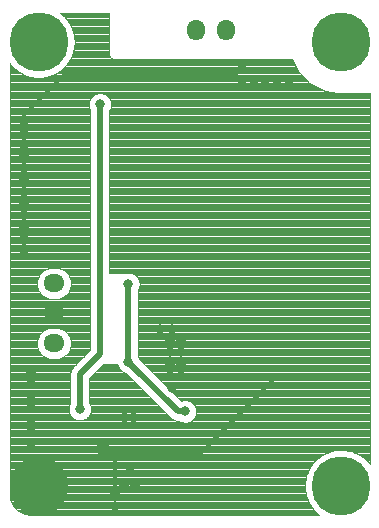
<source format=gbr>
G04 DipTrace 3.1.0.1*
G04 lt3757_nixie_power_supply_nosnub-route-5.Bottom.gbr*
%MOIN*%
G04 #@! TF.FileFunction,Copper,L2,Bot*
G04 #@! TF.Part,Single*
G04 #@! TA.AperFunction,Conductor*
%ADD14C,0.011811*%
%ADD15C,0.019685*%
G04 #@! TA.AperFunction,ViaPad*
%ADD16C,0.031496*%
G04 #@! TA.AperFunction,CopperBalancing*
%ADD18C,0.003937*%
G04 #@! TA.AperFunction,ComponentPad*
%ADD25O,0.06X0.07*%
%ADD30C,0.19685*%
%ADD35O,0.07X0.06*%
G04 #@! TA.AperFunction,ViaPad*
%ADD37C,0.023622*%
%FSLAX26Y26*%
G04*
G70*
G90*
G75*
G01*
G04 Bottom*
%LPD*%
X657795Y775906D2*
D15*
Y894016D1*
X724724Y960945D1*
Y1791654D1*
X472756Y1303465D2*
D14*
Y1342835D1*
Y1382205D1*
Y1421575D1*
Y1460945D1*
Y1500315D1*
Y1539685D1*
Y1579055D1*
Y1618425D1*
Y1657795D1*
Y1697165D1*
Y1736535D1*
Y1756220D1*
X602677Y1886142D1*
X1169606D1*
X1197165Y1913701D1*
X496378Y661732D2*
X728661D1*
X736535Y653858D1*
X720787D1*
Y634173D1*
X1063307D1*
X1315276Y886142D1*
X957008D1*
X775906Y492441D2*
Y614488D1*
X736535Y653858D1*
X819213Y933386D2*
D15*
Y1193228D1*
X1008189Y768031D2*
X984567D1*
X819213Y933386D1*
D16*
X724724Y1791654D3*
X657795Y775906D3*
X1008189Y768031D3*
X736535Y653858D3*
X1197165Y1913701D3*
Y1874331D3*
X1236535D3*
X1275906D3*
X1315276D3*
X1354646D3*
X472756Y1736535D3*
Y1697165D3*
Y1657795D3*
Y1618425D3*
Y1579055D3*
Y1539685D3*
Y1500315D3*
Y1460945D3*
Y1421575D3*
Y1382205D3*
Y1342835D3*
Y1303465D3*
X496378Y897953D3*
Y858583D3*
Y819213D3*
Y779843D3*
Y740472D3*
Y701102D3*
Y661732D3*
X957008Y886142D3*
X996378D3*
X957008Y925512D3*
X996378D3*
X957008Y964882D3*
X996378D3*
X957008Y1004252D3*
X996378D3*
X842835Y523937D3*
X779843Y622362D3*
X803465Y523937D3*
X775906Y492441D3*
Y453071D3*
X925512Y1043622D3*
X819213Y1193228D3*
X520000Y2075118D3*
Y1925512D3*
X457008Y1960945D3*
Y2039685D3*
X582992Y1960945D3*
Y2039685D3*
X520000Y594803D3*
Y445197D3*
X457008Y480630D3*
Y559370D3*
X582992Y480630D3*
Y559370D3*
X1527874Y2075118D3*
Y1925512D3*
D37*
X807402Y752283D3*
X838898D3*
X807402Y724724D3*
X838898D3*
X807402Y697165D3*
X838898D3*
D16*
X1464882Y1960945D3*
Y2039685D3*
X1590866Y1960945D3*
Y2039685D3*
X1527874Y594803D3*
Y445197D3*
X1464882Y480630D3*
Y559370D3*
X1590866Y480630D3*
Y559370D3*
X823150Y571181D3*
X964882Y1043622D3*
Y846772D3*
X819213Y933386D3*
X597023Y2092966D2*
D18*
X753854D1*
X601406Y2089160D2*
X753854D1*
X605397Y2085354D2*
X753854D1*
X609042Y2081549D2*
X753854D1*
X612379Y2077743D2*
X753854D1*
X615455Y2073937D2*
X753854D1*
X618284Y2070131D2*
X753854D1*
X620891Y2066325D2*
X753854D1*
X623290Y2062520D2*
X753854D1*
X625497Y2058714D2*
X753854D1*
X627520Y2054908D2*
X753854D1*
X629380Y2051102D2*
X753854D1*
X631072Y2047297D2*
X753854D1*
X632610Y2043491D2*
X753854D1*
X634002Y2039685D2*
X753854D1*
X635247Y2035879D2*
X753854D1*
X636362Y2032073D2*
X753854D1*
X637339Y2028268D2*
X753854D1*
X638177Y2024462D2*
X753854D1*
X638900Y2020656D2*
X753854D1*
X639484Y2016850D2*
X753854D1*
X639953Y2013045D2*
X753854D1*
X640299Y2009239D2*
X753854D1*
X640522Y2005433D2*
X753854D1*
X640622Y2001627D2*
X753854D1*
X640607Y1997822D2*
X753854D1*
X640469Y1994016D2*
X753854D1*
X640207Y1990210D2*
X753854D1*
X639823Y1986404D2*
X753854D1*
X639315Y1982598D2*
X753854D1*
X638685Y1978793D2*
X753854D1*
X637931Y1974987D2*
X753854D1*
X637047Y1971181D2*
X753854D1*
X636032Y1967375D2*
X753854D1*
X634878Y1963570D2*
X753854D1*
X633587Y1959764D2*
X753901D1*
X632149Y1955958D2*
X754577D1*
X630565Y1952152D2*
X756192D1*
X628819Y1948346D2*
X759122D1*
X626912Y1944541D2*
X764881D1*
X624828Y1940735D2*
X1366174D1*
X622568Y1936929D2*
X1368112D1*
X620107Y1933123D2*
X1370050D1*
X617431Y1929318D2*
X1371988D1*
X614524Y1925512D2*
X1373925D1*
X423941Y1921706D2*
X428628D1*
X611372D2*
X1375863D1*
X423941Y1917900D2*
X432058D1*
X607942D2*
X1377809D1*
X423941Y1914094D2*
X435803D1*
X604197D2*
X1379746D1*
X423941Y1910289D2*
X439909D1*
X600091D2*
X1381684D1*
X423941Y1906483D2*
X444423D1*
X595577D2*
X1383622D1*
X423941Y1902677D2*
X449436D1*
X590564D2*
X1385560D1*
X423941Y1898871D2*
X455065D1*
X584935D2*
X1387597D1*
X423941Y1895066D2*
X461478D1*
X578522D2*
X1390827D1*
X423941Y1891260D2*
X468975D1*
X571025D2*
X1394633D1*
X423941Y1887454D2*
X478141D1*
X561859D2*
X1398439D1*
X423941Y1883648D2*
X490529D1*
X549471D2*
X1402246D1*
X423941Y1879843D2*
X1406052D1*
X423941Y1876037D2*
X1409858D1*
X423941Y1872231D2*
X1413665D1*
X423941Y1868425D2*
X1417471D1*
X423941Y1864619D2*
X1421277D1*
X423941Y1860814D2*
X1425468D1*
X423941Y1857008D2*
X1432565D1*
X423941Y1853202D2*
X1440040D1*
X423941Y1849396D2*
X1447506D1*
X423941Y1845591D2*
X1454980D1*
X423941Y1841785D2*
X1462447D1*
X423941Y1837979D2*
X1469952D1*
X423941Y1834173D2*
X1489837D1*
X423941Y1830367D2*
X1513866D1*
X423941Y1826562D2*
X710470D1*
X738978D2*
X1623941D1*
X423941Y1822756D2*
X703273D1*
X746176D2*
X1623941D1*
X423941Y1818950D2*
X698529D1*
X750920D2*
X1623941D1*
X423941Y1815144D2*
X695022D1*
X754427D2*
X1623941D1*
X423941Y1811339D2*
X692346D1*
X757102D2*
X1623941D1*
X423941Y1807533D2*
X690293D1*
X759156D2*
X1623941D1*
X423941Y1803727D2*
X688763D1*
X760686D2*
X1623941D1*
X423941Y1799921D2*
X687694D1*
X761755D2*
X1623941D1*
X423941Y1796115D2*
X687041D1*
X762408D2*
X1623941D1*
X423941Y1792310D2*
X686779D1*
X762670D2*
X1623941D1*
X423941Y1788504D2*
X686902D1*
X762547D2*
X1623941D1*
X423941Y1784698D2*
X687425D1*
X762024D2*
X1623941D1*
X423941Y1780892D2*
X688348D1*
X761101D2*
X1623941D1*
X423941Y1777087D2*
X689709D1*
X759740D2*
X1623941D1*
X423941Y1773281D2*
X691570D1*
X757879D2*
X1623941D1*
X423941Y1769475D2*
X692677D1*
X756772D2*
X1623941D1*
X423941Y1765669D2*
X692677D1*
X756772D2*
X1623941D1*
X423941Y1761864D2*
X692677D1*
X756772D2*
X1623941D1*
X423941Y1758058D2*
X692677D1*
X756772D2*
X1623941D1*
X423941Y1754252D2*
X692677D1*
X756772D2*
X1623941D1*
X423941Y1750446D2*
X692677D1*
X756772D2*
X1623941D1*
X423941Y1746640D2*
X692677D1*
X756772D2*
X1623941D1*
X423941Y1742835D2*
X692677D1*
X756772D2*
X1623941D1*
X423941Y1739029D2*
X692677D1*
X756772D2*
X1623941D1*
X423941Y1735223D2*
X692677D1*
X756772D2*
X1623941D1*
X423941Y1731417D2*
X692677D1*
X756772D2*
X1623941D1*
X423941Y1727612D2*
X692677D1*
X756772D2*
X1623941D1*
X423941Y1723806D2*
X692677D1*
X756772D2*
X1623941D1*
X423941Y1720000D2*
X692677D1*
X756772D2*
X1623941D1*
X423941Y1716194D2*
X692677D1*
X756772D2*
X1623941D1*
X423941Y1712388D2*
X692677D1*
X756772D2*
X1623941D1*
X423941Y1708583D2*
X692677D1*
X756772D2*
X1623941D1*
X423941Y1704777D2*
X692677D1*
X756772D2*
X1623941D1*
X423941Y1700971D2*
X692677D1*
X756772D2*
X1623941D1*
X423941Y1697165D2*
X692677D1*
X756772D2*
X1623941D1*
X423941Y1693360D2*
X692677D1*
X756772D2*
X1623941D1*
X423941Y1689554D2*
X692677D1*
X756772D2*
X1623941D1*
X423941Y1685748D2*
X692677D1*
X756772D2*
X1623941D1*
X423941Y1681942D2*
X692677D1*
X756772D2*
X1623941D1*
X423941Y1678136D2*
X692677D1*
X756772D2*
X1623941D1*
X423941Y1674331D2*
X692677D1*
X756772D2*
X1623941D1*
X423941Y1670525D2*
X692677D1*
X756772D2*
X1623941D1*
X423941Y1666719D2*
X692677D1*
X756772D2*
X1623941D1*
X423941Y1662913D2*
X692677D1*
X756772D2*
X1623941D1*
X423941Y1659108D2*
X692677D1*
X756772D2*
X1623941D1*
X423941Y1655302D2*
X692677D1*
X756772D2*
X1623941D1*
X423941Y1651496D2*
X692677D1*
X756772D2*
X1623941D1*
X423941Y1647690D2*
X692677D1*
X756772D2*
X1623941D1*
X423941Y1643885D2*
X692677D1*
X756772D2*
X1623941D1*
X423941Y1640079D2*
X692677D1*
X756772D2*
X1623941D1*
X423941Y1636273D2*
X692677D1*
X756772D2*
X1623941D1*
X423941Y1632467D2*
X692677D1*
X756772D2*
X1623941D1*
X423941Y1628661D2*
X692677D1*
X756772D2*
X1623941D1*
X423941Y1624856D2*
X692677D1*
X756772D2*
X1623941D1*
X423941Y1621050D2*
X692677D1*
X756772D2*
X1623941D1*
X423941Y1617244D2*
X692677D1*
X756772D2*
X1623941D1*
X423941Y1613438D2*
X692677D1*
X756772D2*
X1623941D1*
X423941Y1609633D2*
X692677D1*
X756772D2*
X1623941D1*
X423941Y1605827D2*
X692677D1*
X756772D2*
X1623941D1*
X423941Y1602021D2*
X692677D1*
X756772D2*
X1623941D1*
X423941Y1598215D2*
X692677D1*
X756772D2*
X1623941D1*
X423941Y1594409D2*
X692677D1*
X756772D2*
X1623941D1*
X423941Y1590604D2*
X692677D1*
X756772D2*
X1623941D1*
X423941Y1586798D2*
X692677D1*
X756772D2*
X1623941D1*
X423941Y1582992D2*
X692677D1*
X756772D2*
X1623941D1*
X423941Y1579186D2*
X692677D1*
X756772D2*
X1623941D1*
X423941Y1575381D2*
X692677D1*
X756772D2*
X1623941D1*
X423941Y1571575D2*
X692677D1*
X756772D2*
X1623941D1*
X423941Y1567769D2*
X692677D1*
X756772D2*
X1623941D1*
X423941Y1563963D2*
X692677D1*
X756772D2*
X1623941D1*
X423941Y1560157D2*
X692677D1*
X756772D2*
X1623941D1*
X423941Y1556352D2*
X692677D1*
X756772D2*
X1623941D1*
X423941Y1552546D2*
X692677D1*
X756772D2*
X1623941D1*
X423941Y1548740D2*
X692677D1*
X756772D2*
X1623941D1*
X423941Y1544934D2*
X692677D1*
X756772D2*
X1623941D1*
X423941Y1541129D2*
X692677D1*
X756772D2*
X1623941D1*
X423941Y1537323D2*
X692677D1*
X756772D2*
X1623941D1*
X423941Y1533517D2*
X692677D1*
X756772D2*
X1623941D1*
X423941Y1529711D2*
X692677D1*
X756772D2*
X1623941D1*
X423941Y1525906D2*
X692677D1*
X756772D2*
X1623941D1*
X423941Y1522100D2*
X692677D1*
X756772D2*
X1623941D1*
X423941Y1518294D2*
X692677D1*
X756772D2*
X1623941D1*
X423941Y1514488D2*
X692677D1*
X756772D2*
X1623941D1*
X423941Y1510682D2*
X692677D1*
X756772D2*
X1623941D1*
X423941Y1506877D2*
X692677D1*
X756772D2*
X1623941D1*
X423941Y1503071D2*
X692677D1*
X756772D2*
X1623941D1*
X423941Y1499265D2*
X692677D1*
X756772D2*
X1623941D1*
X423941Y1495459D2*
X692677D1*
X756772D2*
X1623941D1*
X423941Y1491654D2*
X692677D1*
X756772D2*
X1623941D1*
X423941Y1487848D2*
X692677D1*
X756772D2*
X1623941D1*
X423941Y1484042D2*
X692677D1*
X756772D2*
X1623941D1*
X423941Y1480236D2*
X692677D1*
X756772D2*
X1623941D1*
X423941Y1476430D2*
X692677D1*
X756772D2*
X1623941D1*
X423941Y1472625D2*
X692677D1*
X756772D2*
X1623941D1*
X423941Y1468819D2*
X692677D1*
X756772D2*
X1623941D1*
X423941Y1465013D2*
X692677D1*
X756772D2*
X1623941D1*
X423941Y1461207D2*
X692677D1*
X756772D2*
X1623941D1*
X423941Y1457402D2*
X692677D1*
X756772D2*
X1623941D1*
X423941Y1453596D2*
X692677D1*
X756772D2*
X1623941D1*
X423941Y1449790D2*
X692677D1*
X756772D2*
X1623941D1*
X423941Y1445984D2*
X692677D1*
X756772D2*
X1623941D1*
X423941Y1442178D2*
X692677D1*
X756772D2*
X1623941D1*
X423941Y1438373D2*
X692677D1*
X756772D2*
X1623941D1*
X423941Y1434567D2*
X692677D1*
X756772D2*
X1623941D1*
X423941Y1430761D2*
X692677D1*
X756772D2*
X1623941D1*
X423941Y1426955D2*
X692677D1*
X756772D2*
X1623941D1*
X423941Y1423150D2*
X692677D1*
X756772D2*
X1623941D1*
X423941Y1419344D2*
X692677D1*
X756772D2*
X1623941D1*
X423941Y1415538D2*
X692677D1*
X756772D2*
X1623941D1*
X423941Y1411732D2*
X692677D1*
X756772D2*
X1623941D1*
X423941Y1407927D2*
X692677D1*
X756772D2*
X1623941D1*
X423941Y1404121D2*
X692677D1*
X756772D2*
X1623941D1*
X423941Y1400315D2*
X692677D1*
X756772D2*
X1623941D1*
X423941Y1396509D2*
X692677D1*
X756772D2*
X1623941D1*
X423941Y1392703D2*
X692677D1*
X756772D2*
X1623941D1*
X423941Y1388898D2*
X692677D1*
X756772D2*
X1623941D1*
X423941Y1385092D2*
X692677D1*
X756772D2*
X1623941D1*
X423941Y1381286D2*
X692677D1*
X756772D2*
X1623941D1*
X423941Y1377480D2*
X692677D1*
X756772D2*
X1623941D1*
X423941Y1373675D2*
X692677D1*
X756772D2*
X1623941D1*
X423941Y1369869D2*
X692677D1*
X756772D2*
X1623941D1*
X423941Y1366063D2*
X692677D1*
X756772D2*
X1623941D1*
X423941Y1362257D2*
X692677D1*
X756772D2*
X1623941D1*
X423941Y1358451D2*
X692677D1*
X756772D2*
X1623941D1*
X423941Y1354646D2*
X692677D1*
X756772D2*
X1623941D1*
X423941Y1350840D2*
X692677D1*
X756772D2*
X1623941D1*
X423941Y1347034D2*
X692677D1*
X756772D2*
X1623941D1*
X423941Y1343228D2*
X692677D1*
X756772D2*
X1623941D1*
X423941Y1339423D2*
X692677D1*
X756772D2*
X1623941D1*
X423941Y1335617D2*
X692677D1*
X756772D2*
X1623941D1*
X423941Y1331811D2*
X692677D1*
X756772D2*
X1623941D1*
X423941Y1328005D2*
X692677D1*
X756772D2*
X1623941D1*
X423941Y1324199D2*
X692677D1*
X756772D2*
X1623941D1*
X423941Y1320394D2*
X692677D1*
X756772D2*
X1623941D1*
X423941Y1316588D2*
X692677D1*
X756772D2*
X1623941D1*
X423941Y1312782D2*
X692677D1*
X756772D2*
X1623941D1*
X423941Y1308976D2*
X692677D1*
X756772D2*
X1623941D1*
X423941Y1305171D2*
X692677D1*
X756772D2*
X1623941D1*
X423941Y1301365D2*
X692677D1*
X756772D2*
X1623941D1*
X423941Y1297559D2*
X692677D1*
X756772D2*
X1623941D1*
X423941Y1293753D2*
X692677D1*
X756772D2*
X1623941D1*
X423941Y1289948D2*
X692677D1*
X756772D2*
X1623941D1*
X423941Y1286142D2*
X692677D1*
X756772D2*
X1623941D1*
X423941Y1282336D2*
X692677D1*
X756772D2*
X1623941D1*
X423941Y1278530D2*
X692677D1*
X756772D2*
X1623941D1*
X423941Y1274724D2*
X692677D1*
X756772D2*
X1623941D1*
X423941Y1270919D2*
X692677D1*
X756772D2*
X1623941D1*
X423941Y1267113D2*
X692677D1*
X756772D2*
X1623941D1*
X423941Y1263307D2*
X692677D1*
X756772D2*
X1623941D1*
X423941Y1259501D2*
X692677D1*
X756772D2*
X1623941D1*
X423941Y1255696D2*
X692677D1*
X756772D2*
X1623941D1*
X423941Y1251890D2*
X692677D1*
X756772D2*
X1623941D1*
X423941Y1248084D2*
X692677D1*
X756772D2*
X1623941D1*
X423941Y1244278D2*
X550406D1*
X591956D2*
X692677D1*
X756772D2*
X1623941D1*
X423941Y1240472D2*
X541318D1*
X601045D2*
X692677D1*
X756772D2*
X1623941D1*
X423941Y1236667D2*
X535258D1*
X607104D2*
X692677D1*
X756772D2*
X1623941D1*
X423941Y1232861D2*
X530629D1*
X611733D2*
X692677D1*
X756772D2*
X1623941D1*
X423941Y1229055D2*
X526915D1*
X615447D2*
X692677D1*
X830883D2*
X1623941D1*
X423941Y1225249D2*
X523862D1*
X618500D2*
X692677D1*
X839234D2*
X1623941D1*
X423941Y1221444D2*
X521348D1*
X621014D2*
X692677D1*
X844393D2*
X1623941D1*
X423941Y1217638D2*
X519279D1*
X623083D2*
X692677D1*
X848153D2*
X1623941D1*
X423941Y1213832D2*
X517596D1*
X624767D2*
X692677D1*
X851006D2*
X1623941D1*
X423941Y1210026D2*
X516265D1*
X626097D2*
X692677D1*
X853198D2*
X1623941D1*
X423941Y1206220D2*
X515250D1*
X627112D2*
X692677D1*
X854843D2*
X1623941D1*
X423941Y1202415D2*
X514535D1*
X627827D2*
X692677D1*
X856027D2*
X1623941D1*
X423941Y1198609D2*
X514120D1*
X628242D2*
X692677D1*
X856781D2*
X1623941D1*
X423941Y1194803D2*
X513974D1*
X628388D2*
X692677D1*
X857135D2*
X1623941D1*
X423941Y1190997D2*
X514120D1*
X628242D2*
X692677D1*
X857096D2*
X1623941D1*
X423941Y1187192D2*
X514535D1*
X627827D2*
X692677D1*
X856673D2*
X1623941D1*
X423941Y1183386D2*
X515250D1*
X627112D2*
X692677D1*
X855851D2*
X1623941D1*
X423941Y1179580D2*
X516265D1*
X626097D2*
X692677D1*
X854597D2*
X1623941D1*
X423941Y1175774D2*
X517596D1*
X624767D2*
X692677D1*
X852867D2*
X1623941D1*
X423941Y1171969D2*
X519279D1*
X623083D2*
X692677D1*
X851260D2*
X1623941D1*
X423941Y1168163D2*
X521348D1*
X621014D2*
X692677D1*
X851260D2*
X1623941D1*
X423941Y1164357D2*
X523862D1*
X618500D2*
X692677D1*
X851260D2*
X1623941D1*
X423941Y1160551D2*
X526915D1*
X615447D2*
X692677D1*
X851260D2*
X1623941D1*
X423941Y1156745D2*
X530629D1*
X611733D2*
X692677D1*
X851260D2*
X1623941D1*
X423941Y1152940D2*
X535258D1*
X607104D2*
X692677D1*
X851260D2*
X1623941D1*
X423941Y1149134D2*
X541318D1*
X601045D2*
X692677D1*
X851260D2*
X1623941D1*
X423941Y1145328D2*
X550406D1*
X591956D2*
X692677D1*
X851260D2*
X1623941D1*
X423941Y1141522D2*
X692677D1*
X851260D2*
X1623941D1*
X423941Y1137717D2*
X692677D1*
X851260D2*
X1623941D1*
X423941Y1133911D2*
X692677D1*
X851260D2*
X1623941D1*
X423941Y1130105D2*
X692677D1*
X851260D2*
X1623941D1*
X423941Y1126299D2*
X692677D1*
X851260D2*
X1623941D1*
X423941Y1122493D2*
X692677D1*
X851260D2*
X1623941D1*
X423941Y1118688D2*
X692677D1*
X851260D2*
X1623941D1*
X423941Y1114882D2*
X692677D1*
X851260D2*
X1623941D1*
X423941Y1111076D2*
X692677D1*
X851260D2*
X1623941D1*
X423941Y1107270D2*
X692677D1*
X851260D2*
X1623941D1*
X423941Y1103465D2*
X692677D1*
X851260D2*
X1623941D1*
X423941Y1099659D2*
X692677D1*
X851260D2*
X1623941D1*
X423941Y1095853D2*
X692677D1*
X851260D2*
X1623941D1*
X423941Y1092047D2*
X692677D1*
X851260D2*
X1623941D1*
X423941Y1088241D2*
X692677D1*
X851260D2*
X1623941D1*
X423941Y1084436D2*
X692677D1*
X851260D2*
X1623941D1*
X423941Y1080630D2*
X692677D1*
X851260D2*
X1623941D1*
X423941Y1076824D2*
X692677D1*
X851260D2*
X1623941D1*
X423941Y1073018D2*
X692677D1*
X851260D2*
X1623941D1*
X423941Y1069213D2*
X692677D1*
X851260D2*
X1623941D1*
X423941Y1065407D2*
X692677D1*
X851260D2*
X1623941D1*
X423941Y1061601D2*
X692677D1*
X851260D2*
X1623941D1*
X423941Y1057795D2*
X692677D1*
X851260D2*
X1623941D1*
X423941Y1053990D2*
X692677D1*
X851260D2*
X1623941D1*
X423941Y1050184D2*
X692677D1*
X851260D2*
X1623941D1*
X423941Y1046378D2*
X560849D1*
X581513D2*
X692677D1*
X851260D2*
X1623941D1*
X423941Y1042572D2*
X545724D1*
X596639D2*
X692677D1*
X851260D2*
X1623941D1*
X423941Y1038766D2*
X538372D1*
X603990D2*
X692677D1*
X851260D2*
X1623941D1*
X423941Y1034961D2*
X533051D1*
X609311D2*
X692677D1*
X851260D2*
X1623941D1*
X423941Y1031155D2*
X528868D1*
X613494D2*
X692677D1*
X851260D2*
X1623941D1*
X423941Y1027349D2*
X525477D1*
X616885D2*
X692677D1*
X851260D2*
X1623941D1*
X423941Y1023543D2*
X522678D1*
X619684D2*
X692677D1*
X851260D2*
X1623941D1*
X423941Y1019738D2*
X520371D1*
X621991D2*
X692677D1*
X851260D2*
X1623941D1*
X423941Y1015932D2*
X518480D1*
X623882D2*
X692677D1*
X851260D2*
X1623941D1*
X423941Y1012126D2*
X516957D1*
X625405D2*
X692677D1*
X851260D2*
X1623941D1*
X423941Y1008320D2*
X515773D1*
X626589D2*
X692677D1*
X851260D2*
X1623941D1*
X423941Y1004514D2*
X514896D1*
X627466D2*
X692677D1*
X851260D2*
X1623941D1*
X423941Y1000709D2*
X514312D1*
X628050D2*
X692677D1*
X851260D2*
X1623941D1*
X423941Y996903D2*
X514020D1*
X628342D2*
X692677D1*
X851260D2*
X1623941D1*
X423941Y993097D2*
X514005D1*
X628358D2*
X692677D1*
X851260D2*
X1623941D1*
X423941Y989291D2*
X514274D1*
X628089D2*
X692677D1*
X851260D2*
X1623941D1*
X423941Y985486D2*
X514820D1*
X627543D2*
X692677D1*
X851260D2*
X1623941D1*
X423941Y981680D2*
X515665D1*
X626697D2*
X692677D1*
X851260D2*
X1623941D1*
X423941Y977874D2*
X516819D1*
X625543D2*
X692677D1*
X851260D2*
X1623941D1*
X423941Y974068D2*
X518303D1*
X624059D2*
X692677D1*
X851260D2*
X1623941D1*
X423941Y970262D2*
X520156D1*
X622206D2*
X688886D1*
X851260D2*
X1623941D1*
X423941Y966457D2*
X522417D1*
X619945D2*
X685080D1*
X851260D2*
X1623941D1*
X423941Y962651D2*
X525162D1*
X617200D2*
X681274D1*
X851260D2*
X1623941D1*
X423941Y958845D2*
X528484D1*
X613878D2*
X677467D1*
X851260D2*
X1623941D1*
X423941Y955039D2*
X532575D1*
X609788D2*
X673661D1*
X851260D2*
X1623941D1*
X423941Y951234D2*
X537750D1*
X604613D2*
X669855D1*
X852652D2*
X1623941D1*
X423941Y947428D2*
X544809D1*
X597554D2*
X666048D1*
X854443D2*
X1623941D1*
X423941Y943622D2*
X557735D1*
X584628D2*
X662242D1*
X855743D2*
X1623941D1*
X423941Y939816D2*
X658436D1*
X857942D2*
X1623941D1*
X423941Y936010D2*
X654630D1*
X861748D2*
X1623941D1*
X423941Y932205D2*
X650823D1*
X865555D2*
X1623941D1*
X423941Y928399D2*
X647017D1*
X869361D2*
X1623941D1*
X423941Y924593D2*
X643211D1*
X733534D2*
X782305D1*
X873167D2*
X1623941D1*
X423941Y920787D2*
X639412D1*
X729728D2*
X783436D1*
X876966D2*
X1623941D1*
X423941Y916982D2*
X635606D1*
X725922D2*
X785035D1*
X880772D2*
X1623941D1*
X423941Y913176D2*
X632207D1*
X722115D2*
X787158D1*
X884578D2*
X1623941D1*
X423941Y909370D2*
X629723D1*
X718309D2*
X789941D1*
X888385D2*
X1623941D1*
X423941Y905564D2*
X627932D1*
X714503D2*
X793586D1*
X892191D2*
X1623941D1*
X423941Y901759D2*
X626709D1*
X710697D2*
X798561D1*
X895997D2*
X1623941D1*
X423941Y897953D2*
X625994D1*
X706890D2*
X806358D1*
X899804D2*
X1623941D1*
X423941Y894147D2*
X625748D1*
X703084D2*
X813294D1*
X903610D2*
X1623941D1*
X423941Y890341D2*
X625748D1*
X699278D2*
X817100D1*
X907416D2*
X1623941D1*
X423941Y886535D2*
X625748D1*
X695471D2*
X820907D1*
X911222D2*
X1623941D1*
X423941Y882730D2*
X625748D1*
X691665D2*
X824713D1*
X915029D2*
X1623941D1*
X423941Y878924D2*
X625748D1*
X689843D2*
X828519D1*
X918835D2*
X1623941D1*
X423941Y875118D2*
X625748D1*
X689843D2*
X832325D1*
X922641D2*
X1623941D1*
X423941Y871312D2*
X625748D1*
X689843D2*
X836124D1*
X926448D2*
X1623941D1*
X423941Y867507D2*
X625748D1*
X689843D2*
X839930D1*
X930254D2*
X1623941D1*
X423941Y863701D2*
X625748D1*
X689843D2*
X843737D1*
X934053D2*
X1623941D1*
X423941Y859895D2*
X625748D1*
X689843D2*
X847543D1*
X937859D2*
X1623941D1*
X423941Y856089D2*
X625748D1*
X689843D2*
X851349D1*
X941665D2*
X1623941D1*
X423941Y852283D2*
X625748D1*
X689843D2*
X855155D1*
X945471D2*
X1623941D1*
X423941Y848478D2*
X625748D1*
X689843D2*
X858962D1*
X949278D2*
X1623941D1*
X423941Y844672D2*
X625748D1*
X689843D2*
X862768D1*
X953084D2*
X1623941D1*
X423941Y840866D2*
X625748D1*
X689843D2*
X866574D1*
X956890D2*
X1623941D1*
X423941Y837060D2*
X625748D1*
X689843D2*
X870381D1*
X960697D2*
X1623941D1*
X423941Y833255D2*
X625748D1*
X689843D2*
X874187D1*
X964503D2*
X1623941D1*
X423941Y829449D2*
X625748D1*
X689843D2*
X877993D1*
X968309D2*
X1623941D1*
X423941Y825643D2*
X625748D1*
X689843D2*
X881799D1*
X972115D2*
X1623941D1*
X423941Y821837D2*
X625748D1*
X689843D2*
X885606D1*
X975922D2*
X1623941D1*
X423941Y818031D2*
X625748D1*
X689843D2*
X889412D1*
X979728D2*
X1623941D1*
X423941Y814226D2*
X625748D1*
X689843D2*
X893211D1*
X983534D2*
X1623941D1*
X423941Y810420D2*
X625748D1*
X689843D2*
X897017D1*
X987341D2*
X1623941D1*
X423941Y806614D2*
X625748D1*
X689843D2*
X900823D1*
X991139D2*
X1623941D1*
X423941Y802808D2*
X625748D1*
X689843D2*
X904630D1*
X1022766D2*
X1623941D1*
X423941Y799003D2*
X625748D1*
X689843D2*
X908436D1*
X1029833D2*
X1623941D1*
X423941Y795197D2*
X625179D1*
X690412D2*
X912242D1*
X1034523D2*
X1623941D1*
X423941Y791391D2*
X623187D1*
X692403D2*
X916048D1*
X1037991D2*
X1623941D1*
X423941Y787585D2*
X621703D1*
X693887D2*
X919855D1*
X1040652D2*
X1623941D1*
X423941Y783780D2*
X620681D1*
X694910D2*
X923661D1*
X1042682D2*
X1623941D1*
X423941Y779974D2*
X620065D1*
X695525D2*
X927467D1*
X1044189D2*
X1623941D1*
X423941Y776168D2*
X619842D1*
X695748D2*
X931274D1*
X1045250D2*
X1623941D1*
X423941Y772362D2*
X620012D1*
X695579D2*
X935080D1*
X1045888D2*
X1623941D1*
X423941Y768556D2*
X620565D1*
X695025D2*
X938886D1*
X1046142D2*
X1623941D1*
X423941Y764751D2*
X621534D1*
X694057D2*
X942692D1*
X1045996D2*
X1623941D1*
X423941Y760945D2*
X622949D1*
X692642D2*
X946499D1*
X1045465D2*
X1623941D1*
X423941Y757139D2*
X624864D1*
X690727D2*
X950297D1*
X1044527D2*
X1623941D1*
X423941Y753333D2*
X627386D1*
X688205D2*
X954104D1*
X1043143D2*
X1623941D1*
X423941Y749528D2*
X630661D1*
X684929D2*
X957910D1*
X1041267D2*
X1623941D1*
X423941Y745722D2*
X635052D1*
X680538D2*
X961716D1*
X1038798D2*
X1623941D1*
X423941Y741916D2*
X641419D1*
X674172D2*
X966284D1*
X1035577D2*
X1623941D1*
X423941Y738110D2*
X973842D1*
X1031286D2*
X1623941D1*
X423941Y734304D2*
X991267D1*
X1025111D2*
X1623941D1*
X423941Y730499D2*
X1006392D1*
X1009991D2*
X1623941D1*
X423941Y726693D2*
X1623941D1*
X423941Y722887D2*
X1623941D1*
X423941Y719081D2*
X1623941D1*
X423941Y715276D2*
X1623941D1*
X423941Y711470D2*
X1623941D1*
X423941Y707664D2*
X1623941D1*
X423941Y703858D2*
X1623941D1*
X423941Y700052D2*
X1623941D1*
X423941Y696247D2*
X1623941D1*
X423941Y692441D2*
X1623941D1*
X423941Y688635D2*
X1623941D1*
X423941Y684829D2*
X1623941D1*
X423941Y681024D2*
X1623941D1*
X423941Y677218D2*
X1623941D1*
X423941Y673412D2*
X1623941D1*
X423941Y669606D2*
X1623941D1*
X423941Y665801D2*
X1623941D1*
X423941Y661995D2*
X1623941D1*
X423941Y658189D2*
X1623941D1*
X423941Y654383D2*
X1623941D1*
X423941Y650577D2*
X1623941D1*
X423941Y646772D2*
X1623941D1*
X423941Y642966D2*
X1623941D1*
X423941Y639160D2*
X1511429D1*
X1544319D2*
X1623941D1*
X423941Y635354D2*
X1493566D1*
X1562182D2*
X1623941D1*
X423941Y631549D2*
X1482608D1*
X1573140D2*
X1623941D1*
X423941Y627743D2*
X1474112D1*
X1581636D2*
X1623941D1*
X423941Y623937D2*
X1467030D1*
X1588718D2*
X1623941D1*
X423941Y620131D2*
X1460916D1*
X1594832D2*
X1623941D1*
X423941Y616325D2*
X1455518D1*
X1600230D2*
X1623941D1*
X423941Y612520D2*
X1450689D1*
X1605059D2*
X1623941D1*
X423941Y608714D2*
X1446322D1*
X1609426D2*
X1623941D1*
X423941Y604908D2*
X1442346D1*
X1613402D2*
X1623941D1*
X423941Y601102D2*
X1438717D1*
X1617031D2*
X1623941D1*
X423941Y597297D2*
X1435380D1*
X1620368D2*
X1623941D1*
X423941Y593491D2*
X1432319D1*
X423941Y589685D2*
X1429497D1*
X423941Y585879D2*
X1426898D1*
X423941Y582073D2*
X1424507D1*
X423941Y578268D2*
X1422308D1*
X423941Y574462D2*
X1420285D1*
X423941Y570656D2*
X1418432D1*
X423941Y566850D2*
X1416748D1*
X423941Y563045D2*
X1415210D1*
X423941Y559239D2*
X1413826D1*
X423941Y555433D2*
X1412580D1*
X423941Y551627D2*
X1411481D1*
X423941Y547822D2*
X1410504D1*
X423941Y544016D2*
X1409666D1*
X423941Y540210D2*
X1408951D1*
X423941Y536404D2*
X1408367D1*
X423941Y532598D2*
X1407905D1*
X423941Y528793D2*
X1407567D1*
X423941Y524987D2*
X1407344D1*
X423941Y521181D2*
X1407252D1*
X423941Y517375D2*
X1407275D1*
X423941Y513570D2*
X1407413D1*
X423941Y509764D2*
X1407682D1*
X423941Y505958D2*
X1408067D1*
X423941Y502152D2*
X1408574D1*
X423941Y498346D2*
X1409212D1*
X423941Y494541D2*
X1409974D1*
X424418Y490735D2*
X1410858D1*
X424917Y486929D2*
X1411881D1*
X425417Y483123D2*
X1413042D1*
X425917Y479318D2*
X1414334D1*
X426417Y475512D2*
X1415779D1*
X427763Y471706D2*
X1417371D1*
X429339Y467900D2*
X1419116D1*
X430915Y464094D2*
X1421031D1*
X432492Y460289D2*
X1423123D1*
X434645Y456483D2*
X1425391D1*
X437567Y452677D2*
X1427859D1*
X440489Y448871D2*
X1430543D1*
X443403Y445066D2*
X1433450D1*
X447740Y441260D2*
X1436610D1*
X452699Y437454D2*
X1440055D1*
X457659Y433648D2*
X1443815D1*
X466118Y429843D2*
X1447929D1*
X475822Y426037D2*
X1452466D1*
X640220Y1998347D2*
X639978Y1992447D1*
X639447Y1986566D1*
X638628Y1980718D1*
X637523Y1974917D1*
X636135Y1969178D1*
X634466Y1963514D1*
X632521Y1957938D1*
X630305Y1952465D1*
X627822Y1947107D1*
X625080Y1941878D1*
X622084Y1936789D1*
X618842Y1931854D1*
X615362Y1927084D1*
X611652Y1922490D1*
X607720Y1918084D1*
X603577Y1913876D1*
X599233Y1909877D1*
X594697Y1906096D1*
X589981Y1902543D1*
X585096Y1899225D1*
X580055Y1896151D1*
X574868Y1893328D1*
X569549Y1890763D1*
X564111Y1888463D1*
X558566Y1886432D1*
X552929Y1884676D1*
X547211Y1883198D1*
X541429Y1882004D1*
X535594Y1881094D1*
X529722Y1880472D1*
X523827Y1880140D1*
X517922Y1880097D1*
X512022Y1880344D1*
X506142Y1880880D1*
X500294Y1881704D1*
X494495Y1882815D1*
X488757Y1884209D1*
X483094Y1885883D1*
X477521Y1887833D1*
X472049Y1890054D1*
X466694Y1892541D1*
X461467Y1895288D1*
X456381Y1898289D1*
X451449Y1901535D1*
X446682Y1905020D1*
X442091Y1908734D1*
X437689Y1912670D1*
X433485Y1916817D1*
X429490Y1921165D1*
X425713Y1925704D1*
X423548Y1928530D1*
X423543Y494375D1*
X426137Y474674D1*
X432996Y458117D1*
X443902Y443905D1*
X458118Y432996D1*
X474673Y426137D1*
X494377Y423543D1*
X1456084D1*
X1451475Y427156D1*
X1447009Y431019D1*
X1442738Y435097D1*
X1438672Y439379D1*
X1434821Y443856D1*
X1431195Y448516D1*
X1427802Y453349D1*
X1424651Y458342D1*
X1421748Y463484D1*
X1419101Y468763D1*
X1416717Y474165D1*
X1414601Y479678D1*
X1412758Y485288D1*
X1411192Y490981D1*
X1409908Y496745D1*
X1408909Y502565D1*
X1408196Y508426D1*
X1407772Y514316D1*
X1407638Y520220D1*
X1407794Y526122D1*
X1408239Y532010D1*
X1408973Y537870D1*
X1409994Y543686D1*
X1411299Y549445D1*
X1412885Y555132D1*
X1414749Y560736D1*
X1416885Y566240D1*
X1419289Y571634D1*
X1421955Y576903D1*
X1424876Y582034D1*
X1428046Y587016D1*
X1431457Y591837D1*
X1435100Y596484D1*
X1438967Y600946D1*
X1443048Y605214D1*
X1447334Y609276D1*
X1451815Y613122D1*
X1456478Y616744D1*
X1461314Y620133D1*
X1466311Y623280D1*
X1471455Y626178D1*
X1476736Y628820D1*
X1482141Y631199D1*
X1487655Y633310D1*
X1493267Y635148D1*
X1498962Y636708D1*
X1504727Y637987D1*
X1510547Y638981D1*
X1516410Y639688D1*
X1522300Y640107D1*
X1528203Y640236D1*
X1534106Y640075D1*
X1539994Y639624D1*
X1545852Y638885D1*
X1551667Y637859D1*
X1557425Y636548D1*
X1563111Y634957D1*
X1568713Y633088D1*
X1574216Y630947D1*
X1579607Y628538D1*
X1584873Y625867D1*
X1590002Y622941D1*
X1594981Y619766D1*
X1599799Y616351D1*
X1604442Y612704D1*
X1608901Y608833D1*
X1613165Y604748D1*
X1617223Y600458D1*
X1621065Y595974D1*
X1624328Y591781D1*
X1624331Y1829055D1*
X1523937D1*
X1522547Y1829110D1*
X1519221Y1829581D1*
X1474935Y1836595D1*
X1473570Y1836867D1*
X1472231Y1837244D1*
X1470926Y1837726D1*
X1467909Y1839202D1*
X1427957Y1859558D1*
X1426744Y1860238D1*
X1425587Y1861011D1*
X1424495Y1861872D1*
X1422081Y1864208D1*
X1390375Y1895914D1*
X1389431Y1896936D1*
X1388570Y1898028D1*
X1387797Y1899185D1*
X1386224Y1902152D1*
X1365865Y1942109D1*
X1364488Y1943228D1*
X771969D1*
X770578Y1943283D1*
X769197Y1943446D1*
X767833Y1943718D1*
X766494Y1944095D1*
X765189Y1944577D1*
X763925Y1945159D1*
X762712Y1945839D1*
X761555Y1946612D1*
X760462Y1947473D1*
X759441Y1948417D1*
X758497Y1949439D1*
X757635Y1950531D1*
X756863Y1951688D1*
X756183Y1952902D1*
X755601Y1954165D1*
X755119Y1955470D1*
X754741Y1956809D1*
X754470Y1958173D1*
X754307Y1959555D1*
X754252Y1962913D1*
Y2096764D1*
X591776Y2096772D1*
X595040Y2094260D1*
X599562Y2090463D1*
X603892Y2086448D1*
X608020Y2082225D1*
X611935Y2077805D1*
X615629Y2073198D1*
X619092Y2068415D1*
X622316Y2063468D1*
X625293Y2058368D1*
X628016Y2053129D1*
X630479Y2047762D1*
X632675Y2042281D1*
X634599Y2036698D1*
X636247Y2031028D1*
X637615Y2025283D1*
X638699Y2019479D1*
X639497Y2013628D1*
X640006Y2007745D1*
X640226Y2001844D1*
X640220Y1998347D1*
X762232Y1789686D2*
X762077Y1787724D1*
X761820Y1785772D1*
X761461Y1783837D1*
X761001Y1781923D1*
X760442Y1780036D1*
X759784Y1778181D1*
X759030Y1776363D1*
X758182Y1774587D1*
X756377Y1771448D1*
X756378Y1230622D1*
X815775Y1230630D1*
X819385Y1230787D1*
X821352Y1230726D1*
X823314Y1230563D1*
X825264Y1230297D1*
X827198Y1229929D1*
X829109Y1229460D1*
X830994Y1228892D1*
X832846Y1228226D1*
X834661Y1227463D1*
X836433Y1226607D1*
X838158Y1225659D1*
X839831Y1224622D1*
X841447Y1223499D1*
X843002Y1222293D1*
X844492Y1221006D1*
X845913Y1219644D1*
X847260Y1218209D1*
X848530Y1216705D1*
X849720Y1215137D1*
X850826Y1213509D1*
X851845Y1211825D1*
X852774Y1210090D1*
X853611Y1208309D1*
X854354Y1206486D1*
X855000Y1204627D1*
X855548Y1202736D1*
X855996Y1200820D1*
X856344Y1198882D1*
X856589Y1196929D1*
X856772Y1193228D1*
X856720Y1191261D1*
X856566Y1189299D1*
X856308Y1187347D1*
X855949Y1185412D1*
X855489Y1183498D1*
X854930Y1181611D1*
X854272Y1179756D1*
X853518Y1177938D1*
X852670Y1176162D1*
X850866Y1173023D1*
Y953601D1*
X851845Y951982D1*
X852774Y950247D1*
X853611Y948466D1*
X854354Y946643D1*
X855000Y944784D1*
X855879Y941479D1*
X994399Y802965D1*
X996736Y803802D1*
X998625Y804353D1*
X1000541Y804804D1*
X1002478Y805154D1*
X1004431Y805402D1*
X1006394Y805548D1*
X1008361Y805590D1*
X1010329Y805530D1*
X1012290Y805366D1*
X1014240Y805100D1*
X1016174Y804732D1*
X1018086Y804263D1*
X1019970Y803695D1*
X1021822Y803029D1*
X1023637Y802267D1*
X1025409Y801410D1*
X1027134Y800462D1*
X1028807Y799425D1*
X1030423Y798302D1*
X1031979Y797096D1*
X1033469Y795810D1*
X1034889Y794447D1*
X1036236Y793012D1*
X1037506Y791508D1*
X1038696Y789940D1*
X1039802Y788312D1*
X1040821Y786628D1*
X1041750Y784893D1*
X1042588Y783112D1*
X1043330Y781289D1*
X1043977Y779430D1*
X1044525Y777539D1*
X1044973Y775623D1*
X1045320Y773685D1*
X1045565Y771733D1*
X1045748Y768031D1*
X1045696Y766064D1*
X1045542Y764102D1*
X1045285Y762150D1*
X1044926Y760215D1*
X1044466Y758301D1*
X1043906Y756414D1*
X1043249Y754559D1*
X1042495Y752741D1*
X1041647Y750965D1*
X1040706Y749235D1*
X1039677Y747558D1*
X1038561Y745936D1*
X1037362Y744375D1*
X1036083Y742880D1*
X1034727Y741453D1*
X1033298Y740099D1*
X1031800Y738822D1*
X1030238Y737625D1*
X1028615Y736512D1*
X1026935Y735485D1*
X1025205Y734548D1*
X1023427Y733702D1*
X1021608Y732951D1*
X1019752Y732297D1*
X1017864Y731740D1*
X1015949Y731283D1*
X1014013Y730927D1*
X1012062Y730673D1*
X1010099Y730521D1*
X1008131Y730472D1*
X1006164Y730527D1*
X1004202Y730685D1*
X1002251Y730945D1*
X1000316Y731307D1*
X998403Y731770D1*
X996517Y732332D1*
X994663Y732993D1*
X992846Y733749D1*
X991071Y734600D1*
X987988Y736377D1*
X982379Y736454D1*
X980421Y736651D1*
X978479Y736969D1*
X976560Y737407D1*
X974672Y737964D1*
X972822Y738637D1*
X971018Y739424D1*
X969267Y740321D1*
X967574Y741326D1*
X965947Y742434D1*
X964392Y743640D1*
X962184Y745649D1*
X811121Y896713D1*
X807541Y897686D1*
X805686Y898347D1*
X803869Y899104D1*
X802095Y899954D1*
X800367Y900897D1*
X798691Y901929D1*
X797071Y903047D1*
X795512Y904249D1*
X794018Y905531D1*
X792593Y906889D1*
X791242Y908319D1*
X789967Y909819D1*
X788773Y911384D1*
X787662Y913009D1*
X786638Y914689D1*
X785703Y916422D1*
X784860Y918200D1*
X784112Y920021D1*
X783460Y921878D1*
X782906Y923767D1*
X782452Y925682D1*
X782125Y927474D1*
X736020Y927480D1*
X689445Y880900D1*
X689449Y796121D1*
X690427Y794502D1*
X691357Y792767D1*
X692194Y790986D1*
X692937Y789163D1*
X693583Y787304D1*
X694131Y785413D1*
X694579Y783497D1*
X694926Y781559D1*
X695172Y779607D1*
X695354Y775906D1*
X695303Y773938D1*
X695148Y771976D1*
X694891Y770024D1*
X694532Y768089D1*
X694072Y766175D1*
X693513Y764288D1*
X692855Y762433D1*
X692101Y760615D1*
X691253Y758839D1*
X690313Y757109D1*
X689283Y755432D1*
X688168Y753810D1*
X686968Y752249D1*
X685689Y750754D1*
X684333Y749327D1*
X682904Y747973D1*
X681407Y746696D1*
X679844Y745499D1*
X678221Y744386D1*
X676542Y743359D1*
X674811Y742422D1*
X673033Y741576D1*
X671214Y740825D1*
X669358Y740171D1*
X667470Y739614D1*
X665555Y739157D1*
X663620Y738801D1*
X661668Y738547D1*
X659705Y738395D1*
X657738Y738347D1*
X655770Y738401D1*
X653808Y738559D1*
X651857Y738819D1*
X649923Y739181D1*
X648010Y739644D1*
X646123Y740206D1*
X644269Y740867D1*
X642452Y741623D1*
X640677Y742474D1*
X638949Y743417D1*
X637273Y744449D1*
X635654Y745567D1*
X634095Y746769D1*
X632601Y748050D1*
X631176Y749408D1*
X629825Y750839D1*
X628550Y752339D1*
X627355Y753903D1*
X626245Y755528D1*
X625220Y757209D1*
X624286Y758941D1*
X623443Y760720D1*
X622695Y762540D1*
X622043Y764398D1*
X621489Y766286D1*
X621035Y768202D1*
X620682Y770138D1*
X620431Y772090D1*
X620282Y774053D1*
X620236Y776020D1*
X620294Y777988D1*
X620455Y779950D1*
X620718Y781900D1*
X621083Y783834D1*
X621548Y785747D1*
X622114Y787632D1*
X622777Y789485D1*
X623537Y791301D1*
X624390Y793075D1*
X626140Y796103D1*
X626142Y894237D1*
X626217Y896204D1*
X626414Y898162D1*
X626733Y900104D1*
X627171Y902023D1*
X627728Y903911D1*
X628401Y905760D1*
X629188Y907564D1*
X630085Y909316D1*
X631090Y911009D1*
X632197Y912636D1*
X633404Y914190D1*
X635413Y916398D1*
X693075Y974061D1*
X693071Y1771438D1*
X691215Y1774689D1*
X690372Y1776468D1*
X689624Y1778288D1*
X688972Y1780146D1*
X688418Y1782034D1*
X687964Y1783950D1*
X687611Y1785886D1*
X687360Y1787838D1*
X687211Y1789801D1*
X687166Y1791769D1*
X687223Y1793736D1*
X687384Y1795698D1*
X687647Y1797648D1*
X688012Y1799582D1*
X688478Y1801495D1*
X689043Y1803380D1*
X689706Y1805233D1*
X690466Y1807049D1*
X691319Y1808823D1*
X692265Y1810549D1*
X693299Y1812224D1*
X694420Y1813842D1*
X695624Y1815399D1*
X696908Y1816891D1*
X698268Y1818313D1*
X699701Y1819663D1*
X701203Y1820935D1*
X702769Y1822127D1*
X704395Y1823235D1*
X706078Y1824257D1*
X707811Y1825189D1*
X709591Y1826029D1*
X711413Y1826775D1*
X713271Y1827424D1*
X715161Y1827975D1*
X717077Y1828426D1*
X719014Y1828776D1*
X720966Y1829024D1*
X722929Y1829170D1*
X724897Y1829212D1*
X726864Y1829152D1*
X728826Y1828988D1*
X730776Y1828722D1*
X732709Y1828354D1*
X734621Y1827885D1*
X736506Y1827317D1*
X738358Y1826651D1*
X740172Y1825889D1*
X741945Y1825032D1*
X743670Y1824084D1*
X745343Y1823047D1*
X746959Y1821924D1*
X748514Y1820718D1*
X750004Y1819432D1*
X751425Y1818069D1*
X752772Y1816634D1*
X754042Y1815131D1*
X755232Y1813562D1*
X756337Y1811934D1*
X757356Y1810250D1*
X758286Y1808515D1*
X759123Y1806734D1*
X759866Y1804911D1*
X760512Y1803052D1*
X761060Y1801161D1*
X761508Y1799245D1*
X761855Y1797308D1*
X762101Y1795355D1*
X762283Y1791654D1*
X762232Y1789686D1*
X566188Y943001D2*
X562922Y943095D1*
X559006Y943491D1*
X555132Y944184D1*
X551321Y945169D1*
X547596Y946440D1*
X543978Y947991D1*
X540488Y949811D1*
X537147Y951892D1*
X533973Y954220D1*
X530985Y956782D1*
X528200Y959564D1*
X525635Y962549D1*
X523303Y965720D1*
X521219Y969059D1*
X519394Y972546D1*
X517840Y976162D1*
X516564Y979886D1*
X515575Y983696D1*
X514878Y987570D1*
X514476Y991485D1*
X514374Y995420D1*
X514570Y999351D1*
X515064Y1003256D1*
X515853Y1007112D1*
X516933Y1010897D1*
X518297Y1014589D1*
X519937Y1018167D1*
X521844Y1021611D1*
X524007Y1024899D1*
X526414Y1028014D1*
X529050Y1030937D1*
X531900Y1033651D1*
X534948Y1036142D1*
X538176Y1038393D1*
X541566Y1040394D1*
X545098Y1042131D1*
X548752Y1043595D1*
X552506Y1044777D1*
X556340Y1045671D1*
X560230Y1046271D1*
X564154Y1046574D1*
X572087Y1046614D1*
X578090Y1046579D1*
X582015Y1046285D1*
X585906Y1045693D1*
X589742Y1044808D1*
X593499Y1043634D1*
X597156Y1042179D1*
X600692Y1040450D1*
X604086Y1038457D1*
X607320Y1036213D1*
X610373Y1033730D1*
X613230Y1031022D1*
X615872Y1028105D1*
X618286Y1024995D1*
X620456Y1021712D1*
X622371Y1018273D1*
X624020Y1014699D1*
X625392Y1011010D1*
X626480Y1007227D1*
X627279Y1003373D1*
X627782Y999469D1*
X627987Y995538D1*
X627955Y992835D1*
X627656Y988910D1*
X627060Y985020D1*
X626171Y981185D1*
X624992Y977430D1*
X623533Y973774D1*
X621800Y970240D1*
X619803Y966848D1*
X617555Y963617D1*
X615068Y960566D1*
X612357Y957713D1*
X609437Y955074D1*
X606325Y952664D1*
X603039Y950497D1*
X599598Y948586D1*
X596022Y946942D1*
X592331Y945574D1*
X588547Y944490D1*
X584692Y943696D1*
X580788Y943197D1*
X576857Y942997D1*
X566181Y943000D1*
X566188Y1143001D2*
X562922Y1143095D1*
X559006Y1143491D1*
X555132Y1144184D1*
X551321Y1145169D1*
X547596Y1146440D1*
X543978Y1147991D1*
X540488Y1149811D1*
X537147Y1151892D1*
X533973Y1154220D1*
X530985Y1156782D1*
X528200Y1159564D1*
X525635Y1162549D1*
X523303Y1165720D1*
X521219Y1169059D1*
X519394Y1172546D1*
X517840Y1176162D1*
X516564Y1179886D1*
X515575Y1183696D1*
X514878Y1187570D1*
X514476Y1191485D1*
X514374Y1195420D1*
X514570Y1199351D1*
X515064Y1203256D1*
X515853Y1207112D1*
X516933Y1210897D1*
X518297Y1214589D1*
X519937Y1218167D1*
X521844Y1221611D1*
X524007Y1224899D1*
X526414Y1228014D1*
X529050Y1230937D1*
X531900Y1233651D1*
X534948Y1236142D1*
X538176Y1238393D1*
X541566Y1240394D1*
X545098Y1242131D1*
X548752Y1243595D1*
X552506Y1244777D1*
X556340Y1245671D1*
X560230Y1246271D1*
X564154Y1246574D1*
X572087Y1246614D1*
X578090Y1246579D1*
X582015Y1246285D1*
X585906Y1245693D1*
X589742Y1244808D1*
X593499Y1243634D1*
X597156Y1242179D1*
X600692Y1240450D1*
X604086Y1238457D1*
X607320Y1236213D1*
X610373Y1233730D1*
X613230Y1231022D1*
X615872Y1228105D1*
X618286Y1224995D1*
X620456Y1221712D1*
X622371Y1218273D1*
X624020Y1214699D1*
X625392Y1211010D1*
X626480Y1207227D1*
X627279Y1203373D1*
X627782Y1199469D1*
X627987Y1195538D1*
X627955Y1192835D1*
X627656Y1188910D1*
X627060Y1185020D1*
X626171Y1181185D1*
X624992Y1177430D1*
X623533Y1173774D1*
X621800Y1170240D1*
X619803Y1166848D1*
X617555Y1163617D1*
X615068Y1160566D1*
X612357Y1157713D1*
X609437Y1155074D1*
X606325Y1152664D1*
X603039Y1150497D1*
X599598Y1148586D1*
X596022Y1146942D1*
X592331Y1145574D1*
X588547Y1144490D1*
X584692Y1143696D1*
X580788Y1143197D1*
X576857Y1142997D1*
X566181Y1143000D1*
D25*
X1145984Y2039685D3*
X1045984D3*
D30*
X520000Y2000315D3*
X1527874D3*
X520000Y520000D3*
X1527874D3*
D35*
X571181Y1094803D3*
Y994803D3*
Y1194803D3*
M02*

</source>
